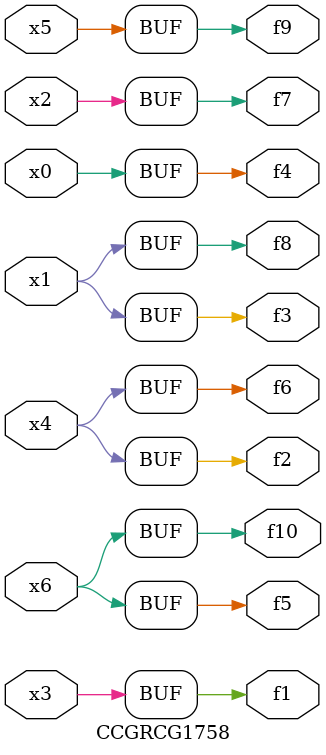
<source format=v>
module CCGRCG1758(
	input x0, x1, x2, x3, x4, x5, x6,
	output f1, f2, f3, f4, f5, f6, f7, f8, f9, f10
);
	assign f1 = x3;
	assign f2 = x4;
	assign f3 = x1;
	assign f4 = x0;
	assign f5 = x6;
	assign f6 = x4;
	assign f7 = x2;
	assign f8 = x1;
	assign f9 = x5;
	assign f10 = x6;
endmodule

</source>
